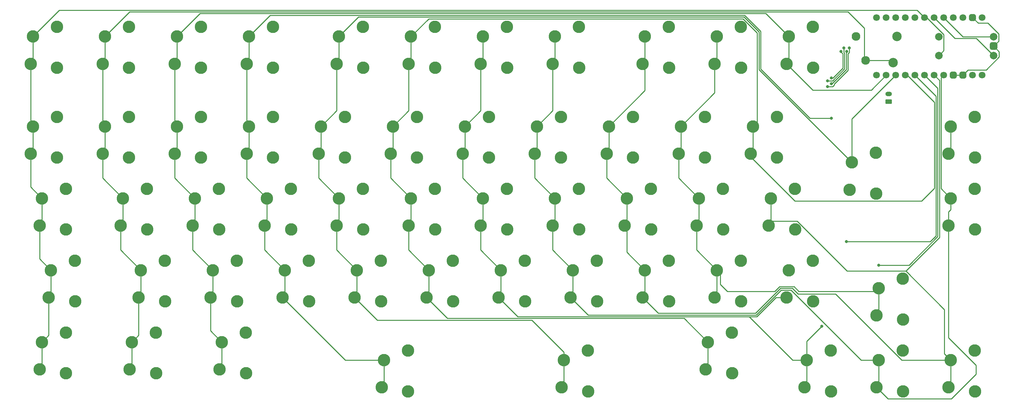
<source format=gtl>
G04 #@! TF.GenerationSoftware,KiCad,Pcbnew,7.0.8-7.0.8~ubuntu22.04.1*
G04 #@! TF.CreationDate,2023-10-08T19:27:18+02:00*
G04 #@! TF.ProjectId,nrw65-pcb,6e727736-352d-4706-9362-2e6b69636164,rev?*
G04 #@! TF.SameCoordinates,Original*
G04 #@! TF.FileFunction,Copper,L1,Top*
G04 #@! TF.FilePolarity,Positive*
%FSLAX46Y46*%
G04 Gerber Fmt 4.6, Leading zero omitted, Abs format (unit mm)*
G04 Created by KiCad (PCBNEW 7.0.8-7.0.8~ubuntu22.04.1) date 2023-10-08 19:27:18*
%MOMM*%
%LPD*%
G01*
G04 APERTURE LIST*
G04 Aperture macros list*
%AMRoundRect*
0 Rectangle with rounded corners*
0 $1 Rounding radius*
0 $2 $3 $4 $5 $6 $7 $8 $9 X,Y pos of 4 corners*
0 Add a 4 corners polygon primitive as box body*
4,1,4,$2,$3,$4,$5,$6,$7,$8,$9,$2,$3,0*
0 Add four circle primitives for the rounded corners*
1,1,$1+$1,$2,$3*
1,1,$1+$1,$4,$5*
1,1,$1+$1,$6,$7*
1,1,$1+$1,$8,$9*
0 Add four rect primitives between the rounded corners*
20,1,$1+$1,$2,$3,$4,$5,0*
20,1,$1+$1,$4,$5,$6,$7,0*
20,1,$1+$1,$6,$7,$8,$9,0*
20,1,$1+$1,$8,$9,$2,$3,0*%
G04 Aperture macros list end*
G04 #@! TA.AperFunction,ComponentPad*
%ADD10C,3.300000*%
G04 #@! TD*
G04 #@! TA.AperFunction,ComponentPad*
%ADD11C,2.000000*%
G04 #@! TD*
G04 #@! TA.AperFunction,ComponentPad*
%ADD12RoundRect,0.500000X0.500000X0.500000X-0.500000X0.500000X-0.500000X-0.500000X0.500000X-0.500000X0*%
G04 #@! TD*
G04 #@! TA.AperFunction,ComponentPad*
%ADD13C,2.500000*%
G04 #@! TD*
G04 #@! TA.AperFunction,ComponentPad*
%ADD14C,2.300000*%
G04 #@! TD*
G04 #@! TA.AperFunction,ComponentPad*
%ADD15O,1.750000X1.200000*%
G04 #@! TD*
G04 #@! TA.AperFunction,ComponentPad*
%ADD16RoundRect,0.250000X0.625000X-0.350000X0.625000X0.350000X-0.625000X0.350000X-0.625000X-0.350000X0*%
G04 #@! TD*
G04 #@! TA.AperFunction,ComponentPad*
%ADD17C,1.800000*%
G04 #@! TD*
G04 #@! TA.AperFunction,ComponentPad*
%ADD18RoundRect,0.450000X0.450000X-0.450000X0.450000X0.450000X-0.450000X0.450000X-0.450000X-0.450000X0*%
G04 #@! TD*
G04 #@! TA.AperFunction,ViaPad*
%ADD19C,0.800000*%
G04 #@! TD*
G04 #@! TA.AperFunction,Conductor*
%ADD20C,0.250000*%
G04 #@! TD*
G04 APERTURE END LIST*
D10*
X49175000Y-63037500D03*
X49765000Y-55797500D03*
X56115000Y-53257500D03*
X56175000Y-64087500D03*
X168237500Y-82087500D03*
X168827500Y-74847500D03*
X175177500Y-72307500D03*
X175237500Y-83137500D03*
X92037500Y-82087500D03*
X92627500Y-74847500D03*
X98977500Y-72307500D03*
X99037500Y-83137500D03*
X72987500Y-82087500D03*
X73577500Y-74847500D03*
X79927500Y-72307500D03*
X79987500Y-83137500D03*
X32506250Y-82087500D03*
X33096250Y-74847500D03*
X39446250Y-72307500D03*
X39506250Y-83137500D03*
X201575000Y-63037500D03*
X202165000Y-55797500D03*
X208515000Y-53257500D03*
X208575000Y-64087500D03*
X68225000Y-39225000D03*
X68815000Y-31985000D03*
X75165000Y-29445000D03*
X75225000Y-40275000D03*
X80131250Y-120187500D03*
X80721250Y-112947500D03*
X87071250Y-110407500D03*
X87131250Y-121237500D03*
X49175000Y-39225000D03*
X49765000Y-31985000D03*
X56115000Y-29445000D03*
X56175000Y-40275000D03*
X106325000Y-63037500D03*
X106915000Y-55797500D03*
X113265000Y-53257500D03*
X113325000Y-64087500D03*
X182525000Y-63037500D03*
X183115000Y-55797500D03*
X189465000Y-53257500D03*
X189525000Y-64087500D03*
X130137500Y-82087500D03*
X130727500Y-74847500D03*
X137077500Y-72307500D03*
X137137500Y-83137500D03*
X111087500Y-82087500D03*
X111677500Y-74847500D03*
X118027500Y-72307500D03*
X118087500Y-83137500D03*
X273012500Y-124950000D03*
X273602500Y-117710000D03*
X279952500Y-115170000D03*
X280012500Y-126000000D03*
X134900000Y-101137500D03*
X135490000Y-93897500D03*
X141840000Y-91357500D03*
X141900000Y-102187500D03*
X32506250Y-120187500D03*
X33096250Y-112947500D03*
X39446250Y-110407500D03*
X39506250Y-121237500D03*
X192050000Y-101137500D03*
X192640000Y-93897500D03*
X198990000Y-91357500D03*
X199050000Y-102187500D03*
X170618750Y-124950000D03*
X171208750Y-117710000D03*
X177558750Y-115170000D03*
X177618750Y-126000000D03*
X273012500Y-63037500D03*
X273602500Y-55797500D03*
X279952500Y-53257500D03*
X280012500Y-64087500D03*
X77750000Y-101137500D03*
X78340000Y-93897500D03*
X84690000Y-91357500D03*
X84750000Y-102187500D03*
X87275000Y-39225000D03*
X87865000Y-31985000D03*
X94215000Y-29445000D03*
X94275000Y-40275000D03*
X144425000Y-63037500D03*
X145015000Y-55797500D03*
X151365000Y-53257500D03*
X151425000Y-64087500D03*
X68225000Y-63037500D03*
X68815000Y-55797500D03*
X75165000Y-53257500D03*
X75225000Y-64087500D03*
X58700000Y-101137500D03*
X59290000Y-93897500D03*
X65640000Y-91357500D03*
X65700000Y-102187500D03*
X220625000Y-63037500D03*
X221215000Y-55797500D03*
X227565000Y-53257500D03*
X227625000Y-64087500D03*
X125375000Y-63037500D03*
X125965000Y-55797500D03*
X132315000Y-53257500D03*
X132375000Y-64087500D03*
X163475000Y-63037500D03*
X164065000Y-55797500D03*
X170415000Y-53257500D03*
X170475000Y-64087500D03*
X56318750Y-120187500D03*
X56908750Y-112947500D03*
X63258750Y-110407500D03*
X63318750Y-121237500D03*
X87275000Y-63037500D03*
X87865000Y-55797500D03*
X94215000Y-53257500D03*
X94275000Y-64087500D03*
X187287500Y-82087500D03*
X187877500Y-74847500D03*
X194227500Y-72307500D03*
X194287500Y-83137500D03*
X130137500Y-39225000D03*
X130727500Y-31985000D03*
X137077500Y-29445000D03*
X137137500Y-40275000D03*
X149187500Y-82087500D03*
X149777500Y-74847500D03*
X156127500Y-72307500D03*
X156187500Y-83137500D03*
X206337500Y-82087500D03*
X206927500Y-74847500D03*
X213277500Y-72307500D03*
X213337500Y-83137500D03*
X149187500Y-39225000D03*
X149777500Y-31985000D03*
X156127500Y-29445000D03*
X156187500Y-40275000D03*
X115850000Y-101137500D03*
X116440000Y-93897500D03*
X122790000Y-91357500D03*
X122850000Y-102187500D03*
X96800000Y-101137500D03*
X97390000Y-93897500D03*
X103740000Y-91357500D03*
X103800000Y-102187500D03*
X211100000Y-101137500D03*
X211690000Y-93897500D03*
X218040000Y-91357500D03*
X218100000Y-102187500D03*
X111087500Y-39225000D03*
X111677500Y-31985000D03*
X118027500Y-29445000D03*
X118087500Y-40275000D03*
X208718750Y-120187500D03*
X209308750Y-112947500D03*
X215658750Y-110407500D03*
X215718750Y-121237500D03*
X273012500Y-82087500D03*
X273602500Y-74847500D03*
X279952500Y-72307500D03*
X280012500Y-83137500D03*
X230150000Y-101137500D03*
X230740000Y-93897500D03*
X237090000Y-91357500D03*
X237150000Y-102187500D03*
X30125000Y-63037500D03*
X30715000Y-55797500D03*
X37065000Y-53257500D03*
X37125000Y-64087500D03*
X253962500Y-124950000D03*
X254552500Y-117710000D03*
X260902500Y-115170000D03*
X260962500Y-126000000D03*
X122993750Y-124950000D03*
X123583750Y-117710000D03*
X129933750Y-115170000D03*
X129993750Y-126000000D03*
D11*
X284912500Y-37025000D03*
X284912500Y-32025000D03*
D12*
X284912500Y-34525000D03*
D11*
X270412500Y-32025000D03*
X270412500Y-37025000D03*
D10*
X30125000Y-39225000D03*
X30715000Y-31985000D03*
X37065000Y-29445000D03*
X37125000Y-40275000D03*
X153950000Y-101137500D03*
X154540000Y-93897500D03*
X160890000Y-91357500D03*
X160950000Y-102187500D03*
X168237500Y-39225000D03*
X168827500Y-31985000D03*
X175177500Y-29445000D03*
X175237500Y-40275000D03*
X246818750Y-72562500D03*
X247408750Y-65322500D03*
X253758750Y-62782500D03*
X253818750Y-73612500D03*
X192050000Y-39225000D03*
X192640000Y-31985000D03*
X198990000Y-29445000D03*
X199050000Y-40275000D03*
X230150000Y-39225000D03*
X230740000Y-31985000D03*
X237090000Y-29445000D03*
X237150000Y-40275000D03*
D13*
X258300000Y-38925000D03*
D14*
X251060000Y-38335000D03*
X248520000Y-31985000D03*
D13*
X259350000Y-31925000D03*
D10*
X34887500Y-101137500D03*
X35477500Y-93897500D03*
X41827500Y-91357500D03*
X41887500Y-102187500D03*
X173000000Y-101137500D03*
X173590000Y-93897500D03*
X179940000Y-91357500D03*
X180000000Y-102187500D03*
X234912500Y-124950000D03*
X235502500Y-117710000D03*
X241852500Y-115170000D03*
X241912500Y-126000000D03*
X211100000Y-39225000D03*
X211690000Y-31985000D03*
X218040000Y-29445000D03*
X218100000Y-40275000D03*
X253962500Y-105900000D03*
X254552500Y-98660000D03*
X260902500Y-96120000D03*
X260962500Y-106950000D03*
X53937500Y-82087500D03*
X54527500Y-74847500D03*
X60877500Y-72307500D03*
X60937500Y-83137500D03*
X225387500Y-82087500D03*
X225977500Y-74847500D03*
X232327500Y-72307500D03*
X232387500Y-83137500D03*
D15*
X257170000Y-47210000D03*
D16*
X257170000Y-49210000D03*
D17*
X281900000Y-42210000D03*
X279360000Y-42210000D03*
D18*
X276820000Y-42210000D03*
X274280000Y-42210000D03*
D17*
X271740000Y-42210000D03*
X269200000Y-42210000D03*
X266660000Y-42210000D03*
X264120000Y-42210000D03*
X261580000Y-42210000D03*
X259040000Y-42210000D03*
X256500000Y-42210000D03*
X253960000Y-42210000D03*
X281900000Y-26970000D03*
D18*
X279360000Y-26970000D03*
D17*
X276820000Y-26970000D03*
X274280000Y-26970000D03*
X271740000Y-26970000D03*
X269200000Y-26970000D03*
X266660000Y-26970000D03*
X264120000Y-26970000D03*
X261580000Y-26970000D03*
X259040000Y-26970000D03*
X256500000Y-26970000D03*
X253960000Y-26970000D03*
D19*
X242000000Y-43000000D03*
X244500000Y-35925500D03*
X245261184Y-35040000D03*
X241000000Y-43724500D03*
X246021773Y-35925500D03*
X242000000Y-44500000D03*
X241000000Y-45224500D03*
X246768493Y-35040000D03*
X242000000Y-53600000D03*
X239480000Y-108730000D03*
X245990000Y-86330000D03*
X254540000Y-92570000D03*
D20*
X115850000Y-101137500D02*
X121824302Y-107111802D01*
X121824302Y-107111802D02*
X162741802Y-107111802D01*
X162741802Y-107111802D02*
X171208750Y-115578750D01*
X171208750Y-115578750D02*
X171208750Y-117710000D01*
X134900000Y-101137500D02*
X140424302Y-106661802D01*
X140424302Y-106661802D02*
X203023052Y-106661802D01*
X203023052Y-106661802D02*
X209308750Y-112947500D01*
X192050000Y-101137500D02*
X196224302Y-105311802D01*
X196224302Y-105311802D02*
X221901802Y-105311802D01*
X221901802Y-105311802D02*
X228501104Y-98712500D01*
X228501104Y-98712500D02*
X231667500Y-98712500D01*
X231667500Y-98712500D02*
X233167500Y-100212500D01*
X233167500Y-100212500D02*
X243102500Y-100212500D01*
X243102500Y-100212500D02*
X260600000Y-117710000D01*
X260600000Y-117710000D02*
X273602500Y-117710000D01*
X230150000Y-101137500D02*
X227348896Y-101137500D01*
X227348896Y-101137500D02*
X222274594Y-106211802D01*
X222274594Y-106211802D02*
X220231802Y-106211802D01*
X153950000Y-101137500D02*
X159024302Y-106211802D01*
X159024302Y-106211802D02*
X220231802Y-106211802D01*
X220231802Y-106211802D02*
X221350000Y-107330000D01*
X242388909Y-43000000D02*
X245050000Y-40338909D01*
X244500000Y-36065428D02*
X244500000Y-35925500D01*
X245050000Y-40338909D02*
X245050000Y-36615428D01*
X245050000Y-36615428D02*
X244500000Y-36065428D01*
X242000000Y-43000000D02*
X242388909Y-43000000D01*
X245500000Y-40525305D02*
X242300805Y-43724500D01*
X242300805Y-43724500D02*
X241000000Y-43724500D01*
X245261184Y-36190216D02*
X245500000Y-36429032D01*
X245500000Y-36429032D02*
X245500000Y-40525305D01*
X245261184Y-35040000D02*
X245261184Y-36190216D01*
X245950000Y-35997273D02*
X246021773Y-35925500D01*
X242161701Y-44500000D02*
X245950000Y-40711701D01*
X242000000Y-44500000D02*
X242161701Y-44500000D01*
X245950000Y-40711701D02*
X245950000Y-35997273D01*
X242725000Y-44573097D02*
X242725000Y-44800305D01*
X246768493Y-35040000D02*
X246768493Y-36204085D01*
X242725000Y-44800305D02*
X242300805Y-45224500D01*
X246768493Y-36204085D02*
X246400000Y-36572578D01*
X246400000Y-36572578D02*
X246400000Y-40898097D01*
X246400000Y-40898097D02*
X242725000Y-44573097D01*
X242300805Y-45224500D02*
X241000000Y-45224500D01*
X30715000Y-62447500D02*
X30125000Y-63037500D01*
X32506250Y-90926250D02*
X35477500Y-93897500D01*
X266660000Y-26970000D02*
X264670000Y-24980000D01*
X32506250Y-82087500D02*
X32506250Y-90926250D01*
X34887500Y-111156250D02*
X33096250Y-112947500D01*
X267231334Y-26970000D02*
X271737500Y-31476166D01*
X35477500Y-93897500D02*
X35477500Y-100547500D01*
X271737500Y-31476166D02*
X271737500Y-35700000D01*
X33096250Y-74847500D02*
X33096250Y-81497500D01*
X34887500Y-101137500D02*
X34887500Y-111156250D01*
X33096250Y-81497500D02*
X32506250Y-82087500D01*
X37720000Y-24980000D02*
X30715000Y-31985000D01*
X30125000Y-39225000D02*
X30125000Y-55207500D01*
X30125000Y-63037500D02*
X30125000Y-71876250D01*
X30125000Y-55207500D02*
X30715000Y-55797500D01*
X271737500Y-35700000D02*
X270412500Y-37025000D01*
X35477500Y-100547500D02*
X34887500Y-101137500D01*
X30715000Y-55797500D02*
X30715000Y-62447500D01*
X266660000Y-26970000D02*
X267231334Y-26970000D01*
X264670000Y-24980000D02*
X37720000Y-24980000D01*
X30715000Y-31985000D02*
X30715000Y-38635000D01*
X33096250Y-112947500D02*
X33096250Y-119597500D01*
X30715000Y-38635000D02*
X30125000Y-39225000D01*
X33096250Y-119597500D02*
X32506250Y-120187500D01*
X30125000Y-71876250D02*
X33096250Y-74847500D01*
X49175000Y-55207500D02*
X49765000Y-55797500D01*
X54527500Y-81497500D02*
X53937500Y-82087500D01*
X258300000Y-38925000D02*
X257710000Y-38335000D01*
X49175000Y-63037500D02*
X49175000Y-69495000D01*
X53937500Y-88545000D02*
X59290000Y-93897500D01*
X58700000Y-101137500D02*
X58700000Y-111156250D01*
X54527500Y-74847500D02*
X54527500Y-81497500D01*
X49765000Y-31985000D02*
X56320000Y-25430000D01*
X59290000Y-93897500D02*
X59290000Y-100547500D01*
X250725000Y-38000000D02*
X251060000Y-38335000D01*
X246430000Y-25430000D02*
X250725000Y-29725000D01*
X49765000Y-38635000D02*
X49175000Y-39225000D01*
X49175000Y-69495000D02*
X54527500Y-74847500D01*
X49765000Y-62447500D02*
X49175000Y-63037500D01*
X59290000Y-100547500D02*
X58700000Y-101137500D01*
X56908750Y-112947500D02*
X56908750Y-119597500D01*
X56320000Y-25430000D02*
X246430000Y-25430000D01*
X250725000Y-29725000D02*
X250725000Y-38000000D01*
X49765000Y-31985000D02*
X49765000Y-38635000D01*
X58700000Y-111156250D02*
X56908750Y-112947500D01*
X53937500Y-82087500D02*
X53937500Y-88545000D01*
X56908750Y-119597500D02*
X56318750Y-120187500D01*
X49175000Y-39225000D02*
X49175000Y-55207500D01*
X257710000Y-38335000D02*
X251060000Y-38335000D01*
X49765000Y-55797500D02*
X49765000Y-62447500D01*
X230150000Y-39225000D02*
X237095000Y-46170000D01*
X68815000Y-55797500D02*
X68815000Y-62447500D01*
X68225000Y-63037500D02*
X68225000Y-69495000D01*
X77750000Y-109976250D02*
X80721250Y-112947500D01*
X72987500Y-82087500D02*
X72987500Y-88545000D01*
X73577500Y-81497500D02*
X72987500Y-82087500D01*
X68815000Y-38635000D02*
X68225000Y-39225000D01*
X68815000Y-62447500D02*
X68225000Y-63037500D01*
X68225000Y-69495000D02*
X73577500Y-74847500D01*
X72987500Y-88545000D02*
X78340000Y-93897500D01*
X74900000Y-25900000D02*
X68815000Y-31985000D01*
X68225000Y-39225000D02*
X68225000Y-55207500D01*
X230740000Y-31985000D02*
X224655000Y-25900000D01*
X68225000Y-55207500D02*
X68815000Y-55797500D01*
X252540000Y-46170000D02*
X256500000Y-42210000D01*
X68815000Y-31985000D02*
X68815000Y-38635000D01*
X230740000Y-38635000D02*
X230150000Y-39225000D01*
X224655000Y-25900000D02*
X74900000Y-25900000D01*
X78340000Y-93897500D02*
X78340000Y-100547500D01*
X77750000Y-101137500D02*
X77750000Y-109976250D01*
X78340000Y-100547500D02*
X77750000Y-101137500D01*
X80721250Y-119597500D02*
X80131250Y-120187500D01*
X237095000Y-46170000D02*
X252540000Y-46170000D01*
X230740000Y-31985000D02*
X230740000Y-38635000D01*
X80721250Y-112947500D02*
X80721250Y-119597500D01*
X73577500Y-74847500D02*
X73577500Y-81497500D01*
X97390000Y-93897500D02*
X97390000Y-100547500D01*
X273602500Y-62447500D02*
X273012500Y-63037500D01*
X87865000Y-38635000D02*
X87275000Y-39225000D01*
X113372500Y-117710000D02*
X123583750Y-117710000D01*
X96800000Y-101137500D02*
X113372500Y-117710000D01*
X92627500Y-81497500D02*
X92037500Y-82087500D01*
X87865000Y-55797500D02*
X87865000Y-62447500D01*
X87275000Y-69495000D02*
X92627500Y-74847500D01*
X123583750Y-117710000D02*
X123583750Y-124360000D01*
X219010864Y-26350000D02*
X93500000Y-26350000D01*
X87275000Y-63037500D02*
X87275000Y-69495000D01*
X236322646Y-53600000D02*
X223281726Y-40559080D01*
X92037500Y-82087500D02*
X92037500Y-88545000D01*
X87865000Y-31985000D02*
X87865000Y-38635000D01*
X92037500Y-88545000D02*
X97390000Y-93897500D01*
X92627500Y-74847500D02*
X92627500Y-81497500D01*
X273602500Y-55797500D02*
X273602500Y-62447500D01*
X87275000Y-39225000D02*
X87275000Y-55207500D01*
X87865000Y-62447500D02*
X87275000Y-63037500D01*
X123583750Y-124360000D02*
X122993750Y-124950000D01*
X97390000Y-100547500D02*
X96800000Y-101137500D01*
X93500000Y-26350000D02*
X87865000Y-31985000D01*
X87275000Y-55207500D02*
X87865000Y-55797500D01*
X223281726Y-40559080D02*
X223281726Y-30620862D01*
X223281726Y-30620862D02*
X219010864Y-26350000D01*
X242000000Y-53600000D02*
X236322646Y-53600000D01*
X111087500Y-39225000D02*
X111087500Y-51625000D01*
X247408750Y-65322500D02*
X247408750Y-53841250D01*
X222831726Y-30807258D02*
X218834468Y-26810000D01*
X222831726Y-40745476D02*
X222831726Y-30807258D01*
X116852500Y-26810000D02*
X111677500Y-31985000D01*
X116440000Y-100547500D02*
X115850000Y-101137500D01*
X111677500Y-74847500D02*
X111677500Y-81497500D01*
X106915000Y-62447500D02*
X106325000Y-63037500D01*
X247408750Y-53841250D02*
X259040000Y-42210000D01*
X111087500Y-51625000D02*
X106915000Y-55797500D01*
X218834468Y-26810000D02*
X116852500Y-26810000D01*
X111087500Y-88545000D02*
X116440000Y-93897500D01*
X116440000Y-93897500D02*
X116440000Y-100547500D01*
X171208750Y-124360000D02*
X170618750Y-124950000D01*
X111677500Y-31985000D02*
X111677500Y-38635000D01*
X106325000Y-69495000D02*
X111677500Y-74847500D01*
X247408750Y-71972500D02*
X246818750Y-72562500D01*
X171208750Y-117710000D02*
X171208750Y-124360000D01*
X111087500Y-82087500D02*
X111087500Y-88545000D01*
X111677500Y-81497500D02*
X111087500Y-82087500D01*
X111677500Y-38635000D02*
X111087500Y-39225000D01*
X106325000Y-63037500D02*
X106325000Y-69495000D01*
X247408750Y-65322500D02*
X222831726Y-40745476D01*
X106915000Y-55797500D02*
X106915000Y-62447500D01*
X135490000Y-93897500D02*
X135490000Y-100547500D01*
X221215000Y-62447500D02*
X220625000Y-63037500D01*
X130727500Y-31985000D02*
X130727500Y-38635000D01*
X125375000Y-63037500D02*
X125375000Y-69495000D01*
X130137500Y-82087500D02*
X130137500Y-88545000D01*
X269237500Y-72212500D02*
X269237500Y-49427500D01*
X135442500Y-27270000D02*
X130727500Y-31985000D01*
X125375000Y-69495000D02*
X130727500Y-74847500D01*
X262020000Y-42210000D02*
X261580000Y-42210000D01*
X130727500Y-38635000D02*
X130137500Y-39225000D01*
X135490000Y-100547500D02*
X134900000Y-101137500D01*
X209308750Y-112947500D02*
X209308750Y-119597500D01*
X125965000Y-55797500D02*
X125965000Y-62447500D01*
X130727500Y-81497500D02*
X130137500Y-82087500D01*
X265862500Y-75587500D02*
X269237500Y-72212500D01*
X130137500Y-51625000D02*
X125965000Y-55797500D01*
X222381726Y-54630774D02*
X222381726Y-30993654D01*
X269237500Y-49427500D02*
X262020000Y-42210000D01*
X130137500Y-88545000D02*
X135490000Y-93897500D01*
X130727500Y-74847500D02*
X130727500Y-81497500D01*
X232357500Y-75587500D02*
X265862500Y-75587500D01*
X125965000Y-62447500D02*
X125375000Y-63037500D01*
X220625000Y-63855000D02*
X232357500Y-75587500D01*
X221215000Y-55797500D02*
X221215000Y-62447500D01*
X221215000Y-55797500D02*
X222381726Y-54630774D01*
X209308750Y-119597500D02*
X208718750Y-120187500D01*
X130137500Y-39225000D02*
X130137500Y-51625000D01*
X220625000Y-63037500D02*
X220625000Y-63855000D01*
X218658072Y-27270000D02*
X135442500Y-27270000D01*
X222381726Y-30993654D02*
X218658072Y-27270000D01*
X269687500Y-84815280D02*
X269687500Y-47777500D01*
X145015000Y-55797500D02*
X145015000Y-62447500D01*
X149187500Y-39225000D02*
X149187500Y-51625000D01*
X235502500Y-117710000D02*
X235502500Y-112707500D01*
X231730000Y-117710000D02*
X235502500Y-117710000D01*
X154540000Y-100547500D02*
X153950000Y-101137500D01*
X149187500Y-82087500D02*
X149187500Y-88545000D01*
X221350000Y-107330000D02*
X231730000Y-117710000D01*
X149777500Y-31985000D02*
X149777500Y-38635000D01*
X268172780Y-86330000D02*
X269687500Y-84815280D01*
X245990000Y-86330000D02*
X268172780Y-86330000D01*
X235502500Y-124360000D02*
X234912500Y-124950000D01*
X149777500Y-38635000D02*
X149187500Y-39225000D01*
X149187500Y-51625000D02*
X145015000Y-55797500D01*
X144425000Y-63037500D02*
X144425000Y-69495000D01*
X235502500Y-117710000D02*
X235502500Y-124360000D01*
X154540000Y-93897500D02*
X154540000Y-100547500D01*
X144425000Y-69495000D02*
X149777500Y-74847500D01*
X145015000Y-62447500D02*
X144425000Y-63037500D01*
X149187500Y-88545000D02*
X154540000Y-93897500D01*
X269687500Y-47777500D02*
X264120000Y-42210000D01*
X235502500Y-112707500D02*
X239480000Y-108730000D01*
X149777500Y-74847500D02*
X149777500Y-81497500D01*
X149777500Y-81497500D02*
X149187500Y-82087500D01*
X280287500Y-119059136D02*
X280287500Y-121440864D01*
X168237500Y-51625000D02*
X164065000Y-55797500D01*
X168237500Y-88545000D02*
X173590000Y-93897500D01*
X271037500Y-72282500D02*
X271037500Y-42912500D01*
X256987500Y-127975000D02*
X253962500Y-124950000D01*
X253962500Y-124950000D02*
X254552500Y-124360000D01*
X173590000Y-100547500D02*
X173000000Y-101137500D01*
X163475000Y-69495000D02*
X168827500Y-74847500D01*
X173590000Y-93897500D02*
X173590000Y-100547500D01*
X168827500Y-31985000D02*
X168827500Y-38635000D01*
X228687500Y-99162500D02*
X231331928Y-99162500D01*
X273602500Y-74847500D02*
X271037500Y-72282500D01*
X168237500Y-39225000D02*
X168237500Y-51625000D01*
X280287500Y-121440864D02*
X273753364Y-127975000D01*
X168827500Y-81497500D02*
X168237500Y-82087500D01*
X254552500Y-124360000D02*
X254552500Y-117710000D01*
X168827500Y-74847500D02*
X168827500Y-81497500D01*
X168237500Y-82087500D02*
X168237500Y-88545000D01*
X249879428Y-117710000D02*
X254552500Y-117710000D01*
X273602500Y-77885267D02*
X273012500Y-78475267D01*
X273012500Y-82087500D02*
X273012500Y-111784136D01*
X164065000Y-62447500D02*
X163475000Y-63037500D01*
X168827500Y-38635000D02*
X168237500Y-39225000D01*
X273012500Y-78475267D02*
X273012500Y-82087500D01*
X222088198Y-105761802D02*
X228687500Y-99162500D01*
X173000000Y-101137500D02*
X177624302Y-105761802D01*
X273012500Y-111784136D02*
X280287500Y-119059136D01*
X163475000Y-63037500D02*
X163475000Y-69495000D01*
X273753364Y-127975000D02*
X256987500Y-127975000D01*
X271037500Y-42912500D02*
X271740000Y-42210000D01*
X231331928Y-99162500D02*
X249879428Y-117710000D01*
X273602500Y-74847500D02*
X273602500Y-77885267D01*
X177624302Y-105761802D02*
X222088198Y-105761802D01*
X164065000Y-55797500D02*
X164065000Y-62447500D01*
X192640000Y-100547500D02*
X192050000Y-101137500D01*
X192640000Y-46272500D02*
X183115000Y-55797500D01*
X192640000Y-31985000D02*
X192640000Y-46272500D01*
X261675572Y-94100000D02*
X270587500Y-85188072D01*
X183115000Y-55797500D02*
X183115000Y-62447500D01*
X261675572Y-94100000D02*
X271910000Y-104334428D01*
X187877500Y-89135000D02*
X192640000Y-93897500D01*
X271910000Y-116017500D02*
X273602500Y-117710000D01*
X183115000Y-62447500D02*
X182525000Y-63037500D01*
X182525000Y-63037500D02*
X182525000Y-69495000D01*
X187877500Y-74847500D02*
X187877500Y-89135000D01*
X225387500Y-82087500D02*
X226554226Y-80920774D01*
X246143072Y-94100000D02*
X261675572Y-94100000D01*
X225977500Y-81497500D02*
X225387500Y-82087500D01*
X270587500Y-43597500D02*
X269200000Y-42210000D01*
X232963846Y-80920774D02*
X246143072Y-94100000D01*
X226554226Y-80920774D02*
X232963846Y-80920774D01*
X273602500Y-117710000D02*
X273602500Y-124360000D01*
X192640000Y-93897500D02*
X192640000Y-100547500D01*
X182525000Y-69495000D02*
X187877500Y-74847500D01*
X225977500Y-74847500D02*
X225977500Y-81497500D01*
X271910000Y-104334428D02*
X271910000Y-116017500D01*
X273602500Y-124360000D02*
X273012500Y-124950000D01*
X270587500Y-85188072D02*
X270587500Y-43597500D01*
X211100000Y-39225000D02*
X211100000Y-46862500D01*
X206337500Y-88545000D02*
X211690000Y-93897500D01*
X212625000Y-94832500D02*
X212625000Y-97628364D01*
X211690000Y-100547500D02*
X211100000Y-101137500D01*
X202165000Y-55797500D02*
X202165000Y-62447500D01*
X254552500Y-105310000D02*
X253962500Y-105900000D01*
X270137500Y-45687500D02*
X266660000Y-42210000D01*
X206927500Y-81497500D02*
X206337500Y-82087500D01*
X211690000Y-31985000D02*
X211690000Y-38635000D01*
X202165000Y-62447500D02*
X201575000Y-63037500D01*
X254540000Y-92570000D02*
X262569176Y-92570000D01*
X227030000Y-99490000D02*
X228257500Y-98262500D01*
X201575000Y-69495000D02*
X206927500Y-74847500D01*
X214486636Y-99490000D02*
X227030000Y-99490000D01*
X211100000Y-46862500D02*
X202165000Y-55797500D01*
X211690000Y-93897500D02*
X212625000Y-94832500D01*
X211690000Y-38635000D02*
X211100000Y-39225000D01*
X212625000Y-97628364D02*
X214486636Y-99490000D01*
X253722500Y-99490000D02*
X254552500Y-98660000D01*
X201575000Y-63037500D02*
X201575000Y-69495000D01*
X233360000Y-99490000D02*
X253722500Y-99490000D01*
X254552500Y-98660000D02*
X254552500Y-105310000D01*
X262569176Y-92570000D02*
X270137500Y-85001676D01*
X206927500Y-74847500D02*
X206927500Y-81497500D01*
X270137500Y-85001676D02*
X270137500Y-45687500D01*
X232132500Y-98262500D02*
X233360000Y-99490000D01*
X228257500Y-98262500D02*
X232132500Y-98262500D01*
X206337500Y-82087500D02*
X206337500Y-88545000D01*
X211690000Y-93897500D02*
X211690000Y-100547500D01*
X280820000Y-28430000D02*
X279360000Y-26970000D01*
X283350000Y-28430000D02*
X280820000Y-28430000D01*
X286237500Y-33200000D02*
X286237500Y-31317500D01*
X274280000Y-42210000D02*
X276820000Y-42210000D01*
X276820000Y-42210000D02*
X278160000Y-40870000D01*
X286390000Y-36002500D02*
X284912500Y-34525000D01*
X284912500Y-34525000D02*
X286237500Y-33200000D01*
X278160000Y-40870000D02*
X282941334Y-40870000D01*
X286237500Y-31317500D02*
X283350000Y-28430000D01*
X282941334Y-40870000D02*
X286390000Y-37421334D01*
X286390000Y-37421334D02*
X286390000Y-36002500D01*
X274705000Y-32475000D02*
X269200000Y-26970000D01*
X284912500Y-37025000D02*
X280362500Y-32475000D01*
X280362500Y-32475000D02*
X274705000Y-32475000D01*
X284912500Y-32025000D02*
X276795000Y-32025000D01*
X276795000Y-32025000D02*
X271740000Y-26970000D01*
M02*

</source>
